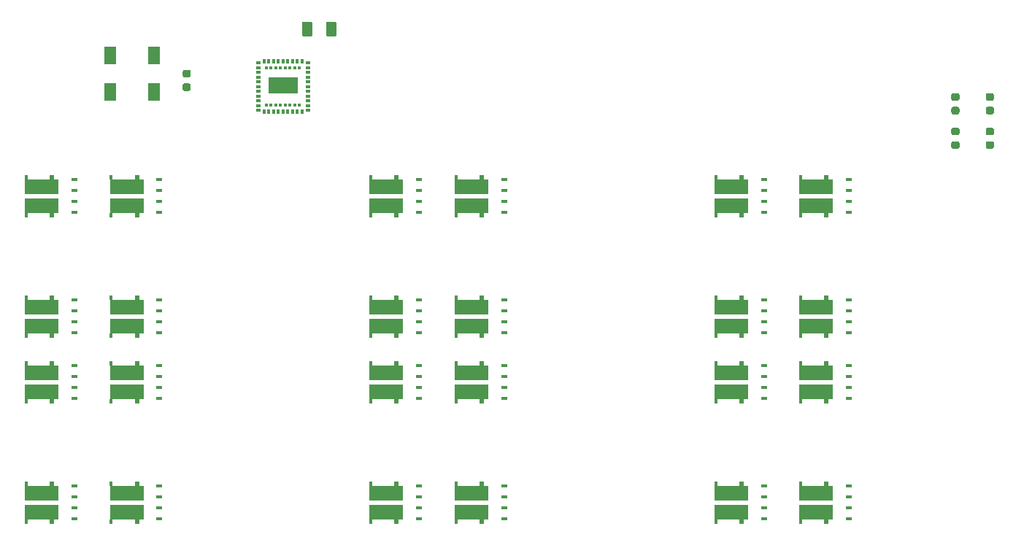
<source format=gbr>
%TF.GenerationSoftware,KiCad,Pcbnew,(5.1.6)-1*%
%TF.CreationDate,2020-07-20T16:14:19+09:00*%
%TF.ProjectId,PWM-LT8500,50574d2d-4c54-4383-9530-302e6b696361,rev?*%
%TF.SameCoordinates,Original*%
%TF.FileFunction,Paste,Top*%
%TF.FilePolarity,Positive*%
%FSLAX46Y46*%
G04 Gerber Fmt 4.6, Leading zero omitted, Abs format (unit mm)*
G04 Created by KiCad (PCBNEW (5.1.6)-1) date 2020-07-20 16:14:19*
%MOMM*%
%LPD*%
G01*
G04 APERTURE LIST*
%ADD10R,0.300000X0.350000*%
%ADD11R,0.550000X0.300000*%
%ADD12R,0.300000X0.500000*%
%ADD13R,3.500000X1.900000*%
%ADD14R,1.400000X2.000000*%
%ADD15R,0.510000X0.585000*%
%ADD16R,0.410000X0.470000*%
%ADD17R,3.990000X1.730000*%
%ADD18R,0.720000X0.410000*%
G04 APERTURE END LIST*
D10*
%TO.C,U1*%
X70925000Y-38835000D03*
X70375000Y-38835000D03*
X69825000Y-38835000D03*
X69275000Y-38835000D03*
X68725000Y-38835000D03*
X68175000Y-38835000D03*
X67625000Y-38835000D03*
X70925000Y-43185000D03*
X70375000Y-43185000D03*
X69825000Y-43185000D03*
X69275000Y-43185000D03*
X68725000Y-43185000D03*
X68175000Y-43185000D03*
X67625000Y-43185000D03*
D11*
X66125000Y-38260000D03*
X66125000Y-38810000D03*
X66125000Y-39360000D03*
X66125000Y-39910000D03*
X66125000Y-40460000D03*
X66125000Y-41010000D03*
X66125000Y-41560000D03*
X66125000Y-42110000D03*
X66125000Y-42660000D03*
X66125000Y-43210000D03*
X66125000Y-43760000D03*
X71875000Y-38260000D03*
X71875000Y-38810000D03*
X71875000Y-39360000D03*
X71875000Y-39910000D03*
X71875000Y-40460000D03*
X71875000Y-41010000D03*
X71875000Y-41560000D03*
X71875000Y-42110000D03*
X71875000Y-42660000D03*
X71875000Y-43210000D03*
X71875000Y-43760000D03*
D12*
X71200000Y-38110000D03*
X70650000Y-38110000D03*
X70100000Y-38110000D03*
X69550000Y-38110000D03*
X69000000Y-38110000D03*
X68450000Y-38110000D03*
X67900000Y-38110000D03*
X67350000Y-38110000D03*
X66800000Y-38110000D03*
X71200000Y-43910000D03*
X70650000Y-43910000D03*
X70100000Y-43910000D03*
X69550000Y-43910000D03*
X69000000Y-43910000D03*
X68450000Y-43910000D03*
X67900000Y-43910000D03*
X67350000Y-43910000D03*
X66800000Y-43910000D03*
D10*
X67075000Y-38835000D03*
X67075000Y-43185000D03*
D13*
X69000000Y-40850000D03*
%TD*%
D14*
%TO.C,Y1*%
X48960000Y-37400000D03*
X54040000Y-37400000D03*
X54040000Y-41600000D03*
X48960000Y-41600000D03*
%TD*%
%TO.C,C1*%
G36*
G01*
X57573750Y-40637500D02*
X58086250Y-40637500D01*
G75*
G02*
X58305000Y-40856250I0J-218750D01*
G01*
X58305000Y-41293750D01*
G75*
G02*
X58086250Y-41512500I-218750J0D01*
G01*
X57573750Y-41512500D01*
G75*
G02*
X57355000Y-41293750I0J218750D01*
G01*
X57355000Y-40856250D01*
G75*
G02*
X57573750Y-40637500I218750J0D01*
G01*
G37*
G36*
G01*
X57573750Y-39062500D02*
X58086250Y-39062500D01*
G75*
G02*
X58305000Y-39281250I0J-218750D01*
G01*
X58305000Y-39718750D01*
G75*
G02*
X58086250Y-39937500I-218750J0D01*
G01*
X57573750Y-39937500D01*
G75*
G02*
X57355000Y-39718750I0J218750D01*
G01*
X57355000Y-39281250D01*
G75*
G02*
X57573750Y-39062500I218750J0D01*
G01*
G37*
%TD*%
%TO.C,C3*%
G36*
G01*
X73985000Y-34965000D02*
X73985000Y-33715000D01*
G75*
G02*
X74235000Y-33465000I250000J0D01*
G01*
X74985000Y-33465000D01*
G75*
G02*
X75235000Y-33715000I0J-250000D01*
G01*
X75235000Y-34965000D01*
G75*
G02*
X74985000Y-35215000I-250000J0D01*
G01*
X74235000Y-35215000D01*
G75*
G02*
X73985000Y-34965000I0J250000D01*
G01*
G37*
G36*
G01*
X71185000Y-34965000D02*
X71185000Y-33715000D01*
G75*
G02*
X71435000Y-33465000I250000J0D01*
G01*
X72185000Y-33465000D01*
G75*
G02*
X72435000Y-33715000I0J-250000D01*
G01*
X72435000Y-34965000D01*
G75*
G02*
X72185000Y-35215000I-250000J0D01*
G01*
X71435000Y-35215000D01*
G75*
G02*
X71185000Y-34965000I0J250000D01*
G01*
G37*
%TD*%
%TO.C,R2*%
G36*
G01*
X150743750Y-47350000D02*
X151256250Y-47350000D01*
G75*
G02*
X151475000Y-47568750I0J-218750D01*
G01*
X151475000Y-48006250D01*
G75*
G02*
X151256250Y-48225000I-218750J0D01*
G01*
X150743750Y-48225000D01*
G75*
G02*
X150525000Y-48006250I0J218750D01*
G01*
X150525000Y-47568750D01*
G75*
G02*
X150743750Y-47350000I218750J0D01*
G01*
G37*
G36*
G01*
X150743750Y-45775000D02*
X151256250Y-45775000D01*
G75*
G02*
X151475000Y-45993750I0J-218750D01*
G01*
X151475000Y-46431250D01*
G75*
G02*
X151256250Y-46650000I-218750J0D01*
G01*
X150743750Y-46650000D01*
G75*
G02*
X150525000Y-46431250I0J218750D01*
G01*
X150525000Y-45993750D01*
G75*
G02*
X150743750Y-45775000I218750J0D01*
G01*
G37*
%TD*%
%TO.C,R1*%
G36*
G01*
X146743750Y-47350000D02*
X147256250Y-47350000D01*
G75*
G02*
X147475000Y-47568750I0J-218750D01*
G01*
X147475000Y-48006250D01*
G75*
G02*
X147256250Y-48225000I-218750J0D01*
G01*
X146743750Y-48225000D01*
G75*
G02*
X146525000Y-48006250I0J218750D01*
G01*
X146525000Y-47568750D01*
G75*
G02*
X146743750Y-47350000I218750J0D01*
G01*
G37*
G36*
G01*
X146743750Y-45775000D02*
X147256250Y-45775000D01*
G75*
G02*
X147475000Y-45993750I0J-218750D01*
G01*
X147475000Y-46431250D01*
G75*
G02*
X147256250Y-46650000I-218750J0D01*
G01*
X146743750Y-46650000D01*
G75*
G02*
X146525000Y-46431250I0J218750D01*
G01*
X146525000Y-45993750D01*
G75*
G02*
X146743750Y-45775000I218750J0D01*
G01*
G37*
%TD*%
%TO.C,D50*%
G36*
G01*
X150743750Y-43350000D02*
X151256250Y-43350000D01*
G75*
G02*
X151475000Y-43568750I0J-218750D01*
G01*
X151475000Y-44006250D01*
G75*
G02*
X151256250Y-44225000I-218750J0D01*
G01*
X150743750Y-44225000D01*
G75*
G02*
X150525000Y-44006250I0J218750D01*
G01*
X150525000Y-43568750D01*
G75*
G02*
X150743750Y-43350000I218750J0D01*
G01*
G37*
G36*
G01*
X150743750Y-41775000D02*
X151256250Y-41775000D01*
G75*
G02*
X151475000Y-41993750I0J-218750D01*
G01*
X151475000Y-42431250D01*
G75*
G02*
X151256250Y-42650000I-218750J0D01*
G01*
X150743750Y-42650000D01*
G75*
G02*
X150525000Y-42431250I0J218750D01*
G01*
X150525000Y-41993750D01*
G75*
G02*
X150743750Y-41775000I218750J0D01*
G01*
G37*
%TD*%
%TO.C,D49*%
G36*
G01*
X146743750Y-43350000D02*
X147256250Y-43350000D01*
G75*
G02*
X147475000Y-43568750I0J-218750D01*
G01*
X147475000Y-44006250D01*
G75*
G02*
X147256250Y-44225000I-218750J0D01*
G01*
X146743750Y-44225000D01*
G75*
G02*
X146525000Y-44006250I0J218750D01*
G01*
X146525000Y-43568750D01*
G75*
G02*
X146743750Y-43350000I218750J0D01*
G01*
G37*
G36*
G01*
X146743750Y-41775000D02*
X147256250Y-41775000D01*
G75*
G02*
X147475000Y-41993750I0J-218750D01*
G01*
X147475000Y-42431250D01*
G75*
G02*
X147256250Y-42650000I-218750J0D01*
G01*
X146743750Y-42650000D01*
G75*
G02*
X146525000Y-42431250I0J218750D01*
G01*
X146525000Y-41993750D01*
G75*
G02*
X146743750Y-41775000I218750J0D01*
G01*
G37*
%TD*%
D15*
%TO.C,Q24*%
X122185000Y-51505000D03*
X122185000Y-55935000D03*
D16*
X119209000Y-55935000D03*
X119209000Y-51505000D03*
D17*
X121000000Y-52605000D03*
X121000000Y-54835000D03*
D18*
X124795000Y-51815000D03*
X124795000Y-53085000D03*
X124795000Y-54355000D03*
X124795000Y-55625000D03*
%TD*%
D15*
%TO.C,Q23*%
X132050000Y-51505000D03*
X132050000Y-55935000D03*
D16*
X129074000Y-55935000D03*
X129074000Y-51505000D03*
D17*
X130865000Y-52605000D03*
X130865000Y-54835000D03*
D18*
X134660000Y-51815000D03*
X134660000Y-53085000D03*
X134660000Y-54355000D03*
X134660000Y-55625000D03*
%TD*%
D15*
%TO.C,Q22*%
X132050000Y-65465000D03*
X132050000Y-69895000D03*
D16*
X129074000Y-69895000D03*
X129074000Y-65465000D03*
D17*
X130865000Y-66565000D03*
X130865000Y-68795000D03*
D18*
X134660000Y-65775000D03*
X134660000Y-67045000D03*
X134660000Y-68315000D03*
X134660000Y-69585000D03*
%TD*%
D15*
%TO.C,Q21*%
X122185000Y-65465000D03*
X122185000Y-69895000D03*
D16*
X119209000Y-69895000D03*
X119209000Y-65465000D03*
D17*
X121000000Y-66565000D03*
X121000000Y-68795000D03*
D18*
X124795000Y-65775000D03*
X124795000Y-67045000D03*
X124795000Y-68315000D03*
X124795000Y-69585000D03*
%TD*%
D15*
%TO.C,Q20*%
X122185000Y-73105000D03*
X122185000Y-77535000D03*
D16*
X119209000Y-77535000D03*
X119209000Y-73105000D03*
D17*
X121000000Y-74205000D03*
X121000000Y-76435000D03*
D18*
X124795000Y-73415000D03*
X124795000Y-74685000D03*
X124795000Y-75955000D03*
X124795000Y-77225000D03*
%TD*%
D15*
%TO.C,Q19*%
X132050000Y-73105000D03*
X132050000Y-77535000D03*
D16*
X129074000Y-77535000D03*
X129074000Y-73105000D03*
D17*
X130865000Y-74205000D03*
X130865000Y-76435000D03*
D18*
X134660000Y-73415000D03*
X134660000Y-74685000D03*
X134660000Y-75955000D03*
X134660000Y-77225000D03*
%TD*%
D15*
%TO.C,Q18*%
X132050000Y-87065000D03*
X132050000Y-91495000D03*
D16*
X129074000Y-91495000D03*
X129074000Y-87065000D03*
D17*
X130865000Y-88165000D03*
X130865000Y-90395000D03*
D18*
X134660000Y-87375000D03*
X134660000Y-88645000D03*
X134660000Y-89915000D03*
X134660000Y-91185000D03*
%TD*%
D15*
%TO.C,Q17*%
X122185000Y-87065000D03*
X122185000Y-91495000D03*
D16*
X119209000Y-91495000D03*
X119209000Y-87065000D03*
D17*
X121000000Y-88165000D03*
X121000000Y-90395000D03*
D18*
X124795000Y-87375000D03*
X124795000Y-88645000D03*
X124795000Y-89915000D03*
X124795000Y-91185000D03*
%TD*%
D15*
%TO.C,Q16*%
X82185000Y-51505000D03*
X82185000Y-55935000D03*
D16*
X79209000Y-55935000D03*
X79209000Y-51505000D03*
D17*
X81000000Y-52605000D03*
X81000000Y-54835000D03*
D18*
X84795000Y-51815000D03*
X84795000Y-53085000D03*
X84795000Y-54355000D03*
X84795000Y-55625000D03*
%TD*%
D15*
%TO.C,Q15*%
X92050000Y-51505000D03*
X92050000Y-55935000D03*
D16*
X89074000Y-55935000D03*
X89074000Y-51505000D03*
D17*
X90865000Y-52605000D03*
X90865000Y-54835000D03*
D18*
X94660000Y-51815000D03*
X94660000Y-53085000D03*
X94660000Y-54355000D03*
X94660000Y-55625000D03*
%TD*%
D15*
%TO.C,Q14*%
X92050000Y-65465000D03*
X92050000Y-69895000D03*
D16*
X89074000Y-69895000D03*
X89074000Y-65465000D03*
D17*
X90865000Y-66565000D03*
X90865000Y-68795000D03*
D18*
X94660000Y-65775000D03*
X94660000Y-67045000D03*
X94660000Y-68315000D03*
X94660000Y-69585000D03*
%TD*%
D15*
%TO.C,Q13*%
X82185000Y-65465000D03*
X82185000Y-69895000D03*
D16*
X79209000Y-69895000D03*
X79209000Y-65465000D03*
D17*
X81000000Y-66565000D03*
X81000000Y-68795000D03*
D18*
X84795000Y-65775000D03*
X84795000Y-67045000D03*
X84795000Y-68315000D03*
X84795000Y-69585000D03*
%TD*%
D15*
%TO.C,Q12*%
X82185000Y-73105000D03*
X82185000Y-77535000D03*
D16*
X79209000Y-77535000D03*
X79209000Y-73105000D03*
D17*
X81000000Y-74205000D03*
X81000000Y-76435000D03*
D18*
X84795000Y-73415000D03*
X84795000Y-74685000D03*
X84795000Y-75955000D03*
X84795000Y-77225000D03*
%TD*%
D15*
%TO.C,Q11*%
X92050000Y-73105000D03*
X92050000Y-77535000D03*
D16*
X89074000Y-77535000D03*
X89074000Y-73105000D03*
D17*
X90865000Y-74205000D03*
X90865000Y-76435000D03*
D18*
X94660000Y-73415000D03*
X94660000Y-74685000D03*
X94660000Y-75955000D03*
X94660000Y-77225000D03*
%TD*%
D15*
%TO.C,Q10*%
X92050000Y-87065000D03*
X92050000Y-91495000D03*
D16*
X89074000Y-91495000D03*
X89074000Y-87065000D03*
D17*
X90865000Y-88165000D03*
X90865000Y-90395000D03*
D18*
X94660000Y-87375000D03*
X94660000Y-88645000D03*
X94660000Y-89915000D03*
X94660000Y-91185000D03*
%TD*%
D15*
%TO.C,Q9*%
X82185000Y-87065000D03*
X82185000Y-91495000D03*
D16*
X79209000Y-91495000D03*
X79209000Y-87065000D03*
D17*
X81000000Y-88165000D03*
X81000000Y-90395000D03*
D18*
X84795000Y-87375000D03*
X84795000Y-88645000D03*
X84795000Y-89915000D03*
X84795000Y-91185000D03*
%TD*%
D15*
%TO.C,Q8*%
X42185000Y-51505000D03*
X42185000Y-55935000D03*
D16*
X39209000Y-55935000D03*
X39209000Y-51505000D03*
D17*
X41000000Y-52605000D03*
X41000000Y-54835000D03*
D18*
X44795000Y-51815000D03*
X44795000Y-53085000D03*
X44795000Y-54355000D03*
X44795000Y-55625000D03*
%TD*%
D15*
%TO.C,Q7*%
X52050000Y-51505000D03*
X52050000Y-55935000D03*
D16*
X49074000Y-55935000D03*
X49074000Y-51505000D03*
D17*
X50865000Y-52605000D03*
X50865000Y-54835000D03*
D18*
X54660000Y-51815000D03*
X54660000Y-53085000D03*
X54660000Y-54355000D03*
X54660000Y-55625000D03*
%TD*%
D15*
%TO.C,Q6*%
X52050000Y-65465000D03*
X52050000Y-69895000D03*
D16*
X49074000Y-69895000D03*
X49074000Y-65465000D03*
D17*
X50865000Y-66565000D03*
X50865000Y-68795000D03*
D18*
X54660000Y-65775000D03*
X54660000Y-67045000D03*
X54660000Y-68315000D03*
X54660000Y-69585000D03*
%TD*%
D15*
%TO.C,Q5*%
X42185000Y-65465000D03*
X42185000Y-69895000D03*
D16*
X39209000Y-69895000D03*
X39209000Y-65465000D03*
D17*
X41000000Y-66565000D03*
X41000000Y-68795000D03*
D18*
X44795000Y-65775000D03*
X44795000Y-67045000D03*
X44795000Y-68315000D03*
X44795000Y-69585000D03*
%TD*%
D15*
%TO.C,Q4*%
X42185000Y-73105000D03*
X42185000Y-77535000D03*
D16*
X39209000Y-77535000D03*
X39209000Y-73105000D03*
D17*
X41000000Y-74205000D03*
X41000000Y-76435000D03*
D18*
X44795000Y-73415000D03*
X44795000Y-74685000D03*
X44795000Y-75955000D03*
X44795000Y-77225000D03*
%TD*%
D15*
%TO.C,Q3*%
X52050000Y-73105000D03*
X52050000Y-77535000D03*
D16*
X49074000Y-77535000D03*
X49074000Y-73105000D03*
D17*
X50865000Y-74205000D03*
X50865000Y-76435000D03*
D18*
X54660000Y-73415000D03*
X54660000Y-74685000D03*
X54660000Y-75955000D03*
X54660000Y-77225000D03*
%TD*%
D15*
%TO.C,Q2*%
X52050000Y-87065000D03*
X52050000Y-91495000D03*
D16*
X49074000Y-91495000D03*
X49074000Y-87065000D03*
D17*
X50865000Y-88165000D03*
X50865000Y-90395000D03*
D18*
X54660000Y-87375000D03*
X54660000Y-88645000D03*
X54660000Y-89915000D03*
X54660000Y-91185000D03*
%TD*%
D15*
%TO.C,Q1*%
X42185000Y-87065000D03*
X42185000Y-91495000D03*
D16*
X39209000Y-91495000D03*
X39209000Y-87065000D03*
D17*
X41000000Y-88165000D03*
X41000000Y-90395000D03*
D18*
X44795000Y-87375000D03*
X44795000Y-88645000D03*
X44795000Y-89915000D03*
X44795000Y-91185000D03*
%TD*%
M02*

</source>
